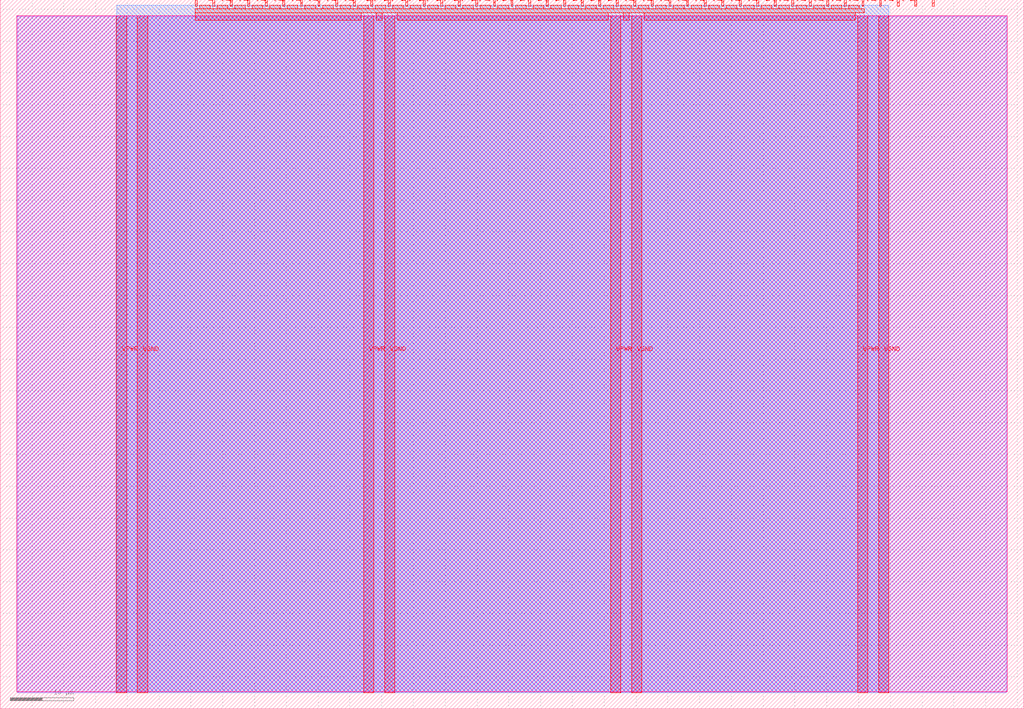
<source format=lef>
VERSION 5.7 ;
  NOWIREEXTENSIONATPIN ON ;
  DIVIDERCHAR "/" ;
  BUSBITCHARS "[]" ;
MACRO tt_um_wokwi_445172860504617985
  CLASS BLOCK ;
  FOREIGN tt_um_wokwi_445172860504617985 ;
  ORIGIN 0.000 0.000 ;
  SIZE 161.000 BY 111.520 ;
  PIN VGND
    DIRECTION INOUT ;
    USE GROUND ;
    PORT
      LAYER met4 ;
        RECT 21.580 2.480 23.180 109.040 ;
    END
    PORT
      LAYER met4 ;
        RECT 60.450 2.480 62.050 109.040 ;
    END
    PORT
      LAYER met4 ;
        RECT 99.320 2.480 100.920 109.040 ;
    END
    PORT
      LAYER met4 ;
        RECT 138.190 2.480 139.790 109.040 ;
    END
  END VGND
  PIN VPWR
    DIRECTION INOUT ;
    USE POWER ;
    PORT
      LAYER met4 ;
        RECT 18.280 2.480 19.880 109.040 ;
    END
    PORT
      LAYER met4 ;
        RECT 57.150 2.480 58.750 109.040 ;
    END
    PORT
      LAYER met4 ;
        RECT 96.020 2.480 97.620 109.040 ;
    END
    PORT
      LAYER met4 ;
        RECT 134.890 2.480 136.490 109.040 ;
    END
  END VPWR
  PIN clk
    DIRECTION INPUT ;
    USE SIGNAL ;
    PORT
      LAYER met4 ;
        RECT 143.830 110.520 144.130 111.520 ;
    END
  END clk
  PIN ena
    DIRECTION INPUT ;
    USE SIGNAL ;
    PORT
      LAYER met4 ;
        RECT 146.590 110.520 146.890 111.520 ;
    END
  END ena
  PIN rst_n
    DIRECTION INPUT ;
    USE SIGNAL ;
    PORT
      LAYER met4 ;
        RECT 141.070 110.520 141.370 111.520 ;
    END
  END rst_n
  PIN ui_in[0]
    DIRECTION INPUT ;
    USE SIGNAL ;
    PORT
      LAYER met4 ;
        RECT 138.310 110.520 138.610 111.520 ;
    END
  END ui_in[0]
  PIN ui_in[1]
    DIRECTION INPUT ;
    USE SIGNAL ;
    ANTENNAGATEAREA 0.196500 ;
    PORT
      LAYER met4 ;
        RECT 135.550 110.520 135.850 111.520 ;
    END
  END ui_in[1]
  PIN ui_in[2]
    DIRECTION INPUT ;
    USE SIGNAL ;
    PORT
      LAYER met4 ;
        RECT 132.790 110.520 133.090 111.520 ;
    END
  END ui_in[2]
  PIN ui_in[3]
    DIRECTION INPUT ;
    USE SIGNAL ;
    ANTENNAGATEAREA 0.196500 ;
    PORT
      LAYER met4 ;
        RECT 130.030 110.520 130.330 111.520 ;
    END
  END ui_in[3]
  PIN ui_in[4]
    DIRECTION INPUT ;
    USE SIGNAL ;
    ANTENNAGATEAREA 0.159000 ;
    PORT
      LAYER met4 ;
        RECT 127.270 110.520 127.570 111.520 ;
    END
  END ui_in[4]
  PIN ui_in[5]
    DIRECTION INPUT ;
    USE SIGNAL ;
    ANTENNAGATEAREA 0.159000 ;
    PORT
      LAYER met4 ;
        RECT 124.510 110.520 124.810 111.520 ;
    END
  END ui_in[5]
  PIN ui_in[6]
    DIRECTION INPUT ;
    USE SIGNAL ;
    ANTENNAGATEAREA 0.159000 ;
    PORT
      LAYER met4 ;
        RECT 121.750 110.520 122.050 111.520 ;
    END
  END ui_in[6]
  PIN ui_in[7]
    DIRECTION INPUT ;
    USE SIGNAL ;
    ANTENNAGATEAREA 0.159000 ;
    PORT
      LAYER met4 ;
        RECT 118.990 110.520 119.290 111.520 ;
    END
  END ui_in[7]
  PIN uio_in[0]
    DIRECTION INPUT ;
    USE SIGNAL ;
    PORT
      LAYER met4 ;
        RECT 116.230 110.520 116.530 111.520 ;
    END
  END uio_in[0]
  PIN uio_in[1]
    DIRECTION INPUT ;
    USE SIGNAL ;
    PORT
      LAYER met4 ;
        RECT 113.470 110.520 113.770 111.520 ;
    END
  END uio_in[1]
  PIN uio_in[2]
    DIRECTION INPUT ;
    USE SIGNAL ;
    PORT
      LAYER met4 ;
        RECT 110.710 110.520 111.010 111.520 ;
    END
  END uio_in[2]
  PIN uio_in[3]
    DIRECTION INPUT ;
    USE SIGNAL ;
    PORT
      LAYER met4 ;
        RECT 107.950 110.520 108.250 111.520 ;
    END
  END uio_in[3]
  PIN uio_in[4]
    DIRECTION INPUT ;
    USE SIGNAL ;
    PORT
      LAYER met4 ;
        RECT 105.190 110.520 105.490 111.520 ;
    END
  END uio_in[4]
  PIN uio_in[5]
    DIRECTION INPUT ;
    USE SIGNAL ;
    PORT
      LAYER met4 ;
        RECT 102.430 110.520 102.730 111.520 ;
    END
  END uio_in[5]
  PIN uio_in[6]
    DIRECTION INPUT ;
    USE SIGNAL ;
    PORT
      LAYER met4 ;
        RECT 99.670 110.520 99.970 111.520 ;
    END
  END uio_in[6]
  PIN uio_in[7]
    DIRECTION INPUT ;
    USE SIGNAL ;
    PORT
      LAYER met4 ;
        RECT 96.910 110.520 97.210 111.520 ;
    END
  END uio_in[7]
  PIN uio_oe[0]
    DIRECTION OUTPUT ;
    USE SIGNAL ;
    PORT
      LAYER met4 ;
        RECT 49.990 110.520 50.290 111.520 ;
    END
  END uio_oe[0]
  PIN uio_oe[1]
    DIRECTION OUTPUT ;
    USE SIGNAL ;
    PORT
      LAYER met4 ;
        RECT 47.230 110.520 47.530 111.520 ;
    END
  END uio_oe[1]
  PIN uio_oe[2]
    DIRECTION OUTPUT ;
    USE SIGNAL ;
    PORT
      LAYER met4 ;
        RECT 44.470 110.520 44.770 111.520 ;
    END
  END uio_oe[2]
  PIN uio_oe[3]
    DIRECTION OUTPUT ;
    USE SIGNAL ;
    PORT
      LAYER met4 ;
        RECT 41.710 110.520 42.010 111.520 ;
    END
  END uio_oe[3]
  PIN uio_oe[4]
    DIRECTION OUTPUT ;
    USE SIGNAL ;
    PORT
      LAYER met4 ;
        RECT 38.950 110.520 39.250 111.520 ;
    END
  END uio_oe[4]
  PIN uio_oe[5]
    DIRECTION OUTPUT ;
    USE SIGNAL ;
    PORT
      LAYER met4 ;
        RECT 36.190 110.520 36.490 111.520 ;
    END
  END uio_oe[5]
  PIN uio_oe[6]
    DIRECTION OUTPUT ;
    USE SIGNAL ;
    PORT
      LAYER met4 ;
        RECT 33.430 110.520 33.730 111.520 ;
    END
  END uio_oe[6]
  PIN uio_oe[7]
    DIRECTION OUTPUT ;
    USE SIGNAL ;
    PORT
      LAYER met4 ;
        RECT 30.670 110.520 30.970 111.520 ;
    END
  END uio_oe[7]
  PIN uio_out[0]
    DIRECTION OUTPUT ;
    USE SIGNAL ;
    PORT
      LAYER met4 ;
        RECT 72.070 110.520 72.370 111.520 ;
    END
  END uio_out[0]
  PIN uio_out[1]
    DIRECTION OUTPUT ;
    USE SIGNAL ;
    PORT
      LAYER met4 ;
        RECT 69.310 110.520 69.610 111.520 ;
    END
  END uio_out[1]
  PIN uio_out[2]
    DIRECTION OUTPUT ;
    USE SIGNAL ;
    PORT
      LAYER met4 ;
        RECT 66.550 110.520 66.850 111.520 ;
    END
  END uio_out[2]
  PIN uio_out[3]
    DIRECTION OUTPUT ;
    USE SIGNAL ;
    PORT
      LAYER met4 ;
        RECT 63.790 110.520 64.090 111.520 ;
    END
  END uio_out[3]
  PIN uio_out[4]
    DIRECTION OUTPUT ;
    USE SIGNAL ;
    PORT
      LAYER met4 ;
        RECT 61.030 110.520 61.330 111.520 ;
    END
  END uio_out[4]
  PIN uio_out[5]
    DIRECTION OUTPUT ;
    USE SIGNAL ;
    PORT
      LAYER met4 ;
        RECT 58.270 110.520 58.570 111.520 ;
    END
  END uio_out[5]
  PIN uio_out[6]
    DIRECTION OUTPUT ;
    USE SIGNAL ;
    PORT
      LAYER met4 ;
        RECT 55.510 110.520 55.810 111.520 ;
    END
  END uio_out[6]
  PIN uio_out[7]
    DIRECTION OUTPUT ;
    USE SIGNAL ;
    PORT
      LAYER met4 ;
        RECT 52.750 110.520 53.050 111.520 ;
    END
  END uio_out[7]
  PIN uo_out[0]
    DIRECTION OUTPUT ;
    USE SIGNAL ;
    PORT
      LAYER met4 ;
        RECT 94.150 110.520 94.450 111.520 ;
    END
  END uo_out[0]
  PIN uo_out[1]
    DIRECTION OUTPUT ;
    USE SIGNAL ;
    PORT
      LAYER met4 ;
        RECT 91.390 110.520 91.690 111.520 ;
    END
  END uo_out[1]
  PIN uo_out[2]
    DIRECTION OUTPUT ;
    USE SIGNAL ;
    ANTENNADIFFAREA 0.795200 ;
    PORT
      LAYER met4 ;
        RECT 88.630 110.520 88.930 111.520 ;
    END
  END uo_out[2]
  PIN uo_out[3]
    DIRECTION OUTPUT ;
    USE SIGNAL ;
    PORT
      LAYER met4 ;
        RECT 85.870 110.520 86.170 111.520 ;
    END
  END uo_out[3]
  PIN uo_out[4]
    DIRECTION OUTPUT ;
    USE SIGNAL ;
    ANTENNADIFFAREA 0.445500 ;
    PORT
      LAYER met4 ;
        RECT 83.110 110.520 83.410 111.520 ;
    END
  END uo_out[4]
  PIN uo_out[5]
    DIRECTION OUTPUT ;
    USE SIGNAL ;
    ANTENNADIFFAREA 0.445500 ;
    PORT
      LAYER met4 ;
        RECT 80.350 110.520 80.650 111.520 ;
    END
  END uo_out[5]
  PIN uo_out[6]
    DIRECTION OUTPUT ;
    USE SIGNAL ;
    ANTENNADIFFAREA 0.445500 ;
    PORT
      LAYER met4 ;
        RECT 77.590 110.520 77.890 111.520 ;
    END
  END uo_out[6]
  PIN uo_out[7]
    DIRECTION OUTPUT ;
    USE SIGNAL ;
    ANTENNADIFFAREA 0.445500 ;
    PORT
      LAYER met4 ;
        RECT 74.830 110.520 75.130 111.520 ;
    END
  END uo_out[7]
  OBS
      LAYER nwell ;
        RECT 2.570 2.635 158.430 108.990 ;
      LAYER li1 ;
        RECT 2.760 2.635 158.240 108.885 ;
      LAYER met1 ;
        RECT 2.760 2.480 158.240 109.040 ;
      LAYER met2 ;
        RECT 18.310 2.535 139.760 110.685 ;
      LAYER met3 ;
        RECT 18.290 2.555 139.780 110.665 ;
      LAYER met4 ;
        RECT 31.370 110.120 33.030 110.665 ;
        RECT 34.130 110.120 35.790 110.665 ;
        RECT 36.890 110.120 38.550 110.665 ;
        RECT 39.650 110.120 41.310 110.665 ;
        RECT 42.410 110.120 44.070 110.665 ;
        RECT 45.170 110.120 46.830 110.665 ;
        RECT 47.930 110.120 49.590 110.665 ;
        RECT 50.690 110.120 52.350 110.665 ;
        RECT 53.450 110.120 55.110 110.665 ;
        RECT 56.210 110.120 57.870 110.665 ;
        RECT 58.970 110.120 60.630 110.665 ;
        RECT 61.730 110.120 63.390 110.665 ;
        RECT 64.490 110.120 66.150 110.665 ;
        RECT 67.250 110.120 68.910 110.665 ;
        RECT 70.010 110.120 71.670 110.665 ;
        RECT 72.770 110.120 74.430 110.665 ;
        RECT 75.530 110.120 77.190 110.665 ;
        RECT 78.290 110.120 79.950 110.665 ;
        RECT 81.050 110.120 82.710 110.665 ;
        RECT 83.810 110.120 85.470 110.665 ;
        RECT 86.570 110.120 88.230 110.665 ;
        RECT 89.330 110.120 90.990 110.665 ;
        RECT 92.090 110.120 93.750 110.665 ;
        RECT 94.850 110.120 96.510 110.665 ;
        RECT 97.610 110.120 99.270 110.665 ;
        RECT 100.370 110.120 102.030 110.665 ;
        RECT 103.130 110.120 104.790 110.665 ;
        RECT 105.890 110.120 107.550 110.665 ;
        RECT 108.650 110.120 110.310 110.665 ;
        RECT 111.410 110.120 113.070 110.665 ;
        RECT 114.170 110.120 115.830 110.665 ;
        RECT 116.930 110.120 118.590 110.665 ;
        RECT 119.690 110.120 121.350 110.665 ;
        RECT 122.450 110.120 124.110 110.665 ;
        RECT 125.210 110.120 126.870 110.665 ;
        RECT 127.970 110.120 129.630 110.665 ;
        RECT 130.730 110.120 132.390 110.665 ;
        RECT 133.490 110.120 135.150 110.665 ;
        RECT 30.655 109.440 135.865 110.120 ;
        RECT 30.655 108.295 56.750 109.440 ;
        RECT 59.150 108.295 60.050 109.440 ;
        RECT 62.450 108.295 95.620 109.440 ;
        RECT 98.020 108.295 98.920 109.440 ;
        RECT 101.320 108.295 134.490 109.440 ;
  END
END tt_um_wokwi_445172860504617985
END LIBRARY


</source>
